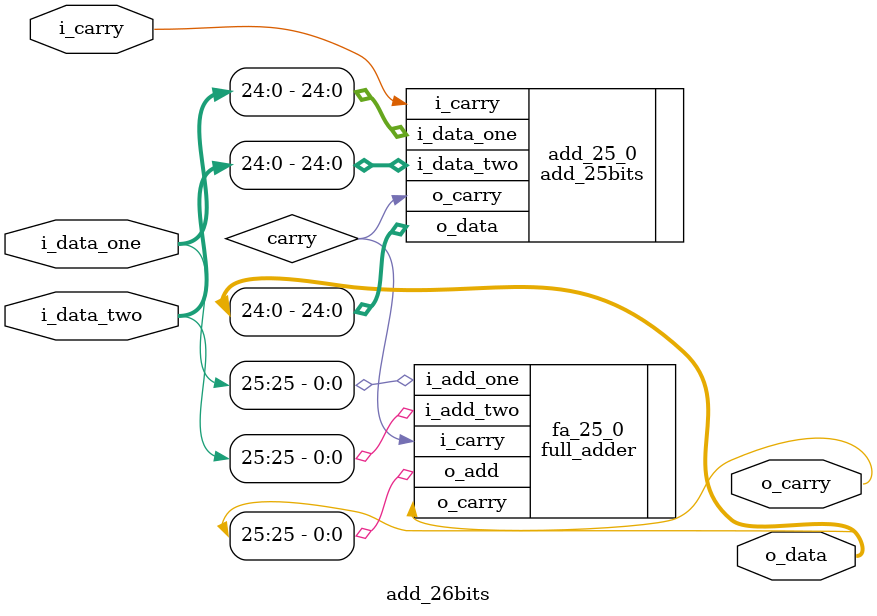
<source format=sv>
module add_26bits(
  input logic  [25:0] i_data_one,
  input logic  [25:0] i_data_two,
  input logic         i_carry,
  
  output logic [25:0] o_data,
  output logic        o_carry
);

  logic carry;

  add_25bits add_25_0(
    .i_data_one (i_data_one[24:0]),
    .i_data_two (i_data_two[24:0]),
    .i_carry    (i_carry),
    .o_data     (o_data[24:0]),
    .o_carry    (carry)
  );
  
  full_adder fa_25_0(
    .i_add_one (i_data_one[25]),
    .i_add_two (i_data_two[25]),
    .i_carry   (carry),
    .o_add     (o_data[25]),
    .o_carry   (o_carry)
  );

endmodule
</source>
